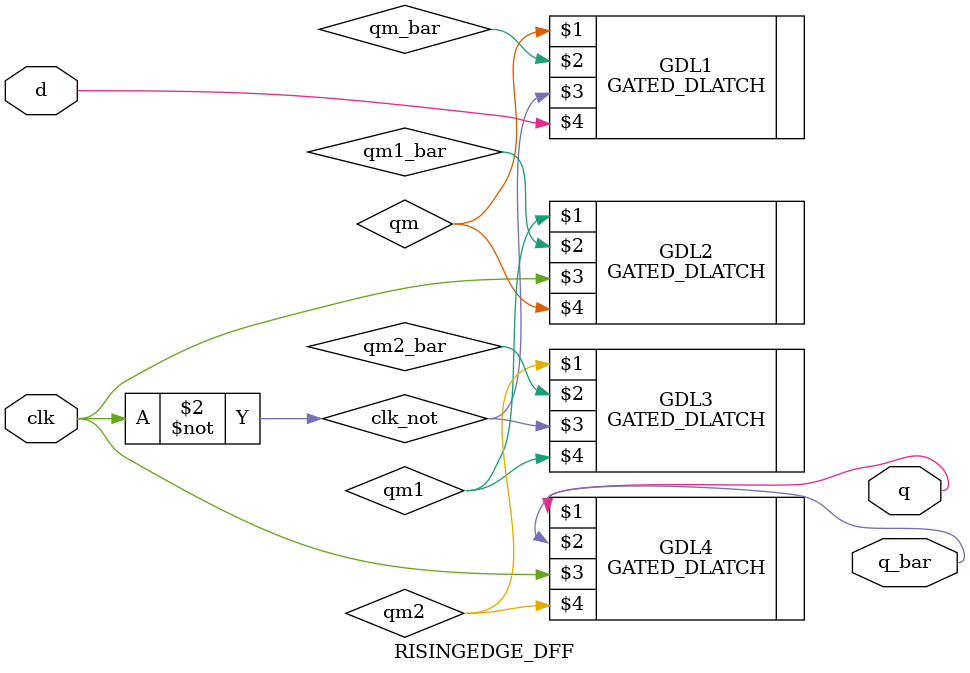
<source format=v>
module RISINGEDGE_DFF(q,q_bar,d,clk);
input d,clk;
output q,q_bar;
wire clk_not,qm,qm_bar,qm1,qm1_bar,gm2,qm2_bar;
nand(clk_not,clk,clk);
GATED_DLATCH GDL1(qm,qm_bar,clk_not,d);
GATED_DLATCH GDL2(qm1,qm1_bar,clk,qm);
GATED_DLATCH GDL3(qm2,qm2_bar,clk_not,qm1);
GATED_DLATCH GDL4(q,q_bar,clk,qm2);	
endmodule

</source>
